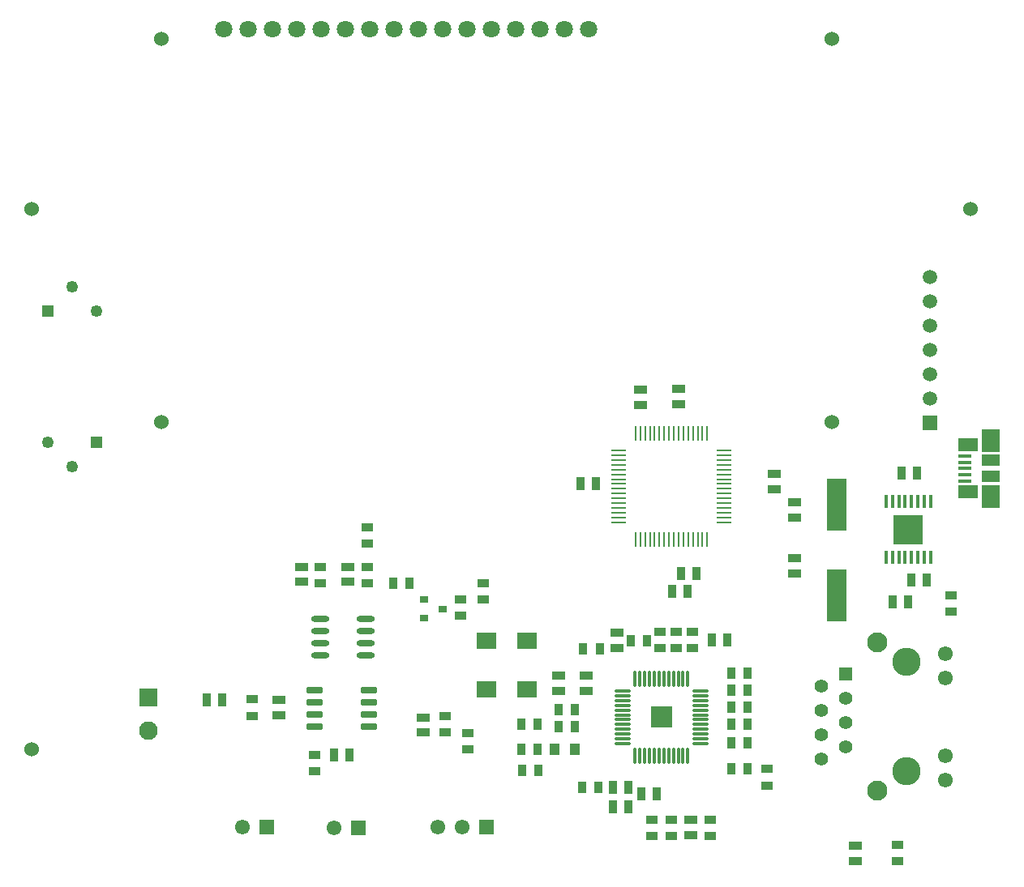
<source format=gbr>
%TF.GenerationSoftware,Altium Limited,Altium Designer,18.1.9 (240)*%
G04 Layer_Color=255*
%FSLAX43Y43*%
%MOMM*%
%TF.FileFunction,Pads,Bot*%
%TF.Part,Single*%
G01*
G75*
%TA.AperFunction,SMDPad,CuDef*%
%ADD13R,1.300X0.850*%
%ADD14R,0.850X1.300*%
%ADD16R,1.350X0.950*%
%TA.AperFunction,ComponentPad*%
%ADD20C,1.250*%
%ADD21R,1.250X1.250*%
%ADD22C,1.550*%
%ADD23R,1.400X1.400*%
%ADD24C,1.400*%
%ADD25C,2.100*%
%ADD26C,2.950*%
%ADD27C,1.500*%
%ADD28R,1.500X1.500*%
%ADD29R,1.550X1.550*%
%TA.AperFunction,ViaPad*%
%ADD30C,1.524*%
%TA.AperFunction,ComponentPad*%
%ADD31C,1.950*%
%ADD32R,1.950X1.950*%
%ADD33C,1.800*%
%ADD34C,1.524*%
%TA.AperFunction,SMDPad,CuDef*%
%ADD37R,0.356X1.422*%
%ADD38R,3.099X3.099*%
%ADD39O,1.800X0.300*%
%ADD40O,0.300X1.800*%
%ADD41R,2.200X2.200*%
%ADD42R,0.950X1.350*%
%ADD43R,0.900X0.800*%
%ADD44O,1.900X0.600*%
%ADD45R,2.000X1.800*%
%ADD46R,1.100X1.200*%
%ADD47O,1.550X0.250*%
%ADD48O,0.250X1.550*%
%TA.AperFunction,ConnectorPad*%
%ADD49R,1.380X0.450*%
%ADD50R,2.100X1.475*%
%ADD51R,1.900X2.375*%
%ADD52R,1.900X1.175*%
%TA.AperFunction,SMDPad,CuDef*%
%ADD53R,2.000X5.500*%
G04:AMPARAMS|DCode=54|XSize=0.65mm|YSize=1.65mm|CornerRadius=0.049mm|HoleSize=0mm|Usage=FLASHONLY|Rotation=90.000|XOffset=0mm|YOffset=0mm|HoleType=Round|Shape=RoundedRectangle|*
%AMROUNDEDRECTD54*
21,1,0.650,1.553,0,0,90.0*
21,1,0.553,1.650,0,0,90.0*
1,1,0.098,0.776,0.276*
1,1,0.098,0.776,-0.276*
1,1,0.098,-0.776,-0.276*
1,1,0.098,-0.776,0.276*
%
%ADD54ROUNDEDRECTD54*%
D13*
X95885Y62750D02*
D03*
Y61050D02*
D03*
X97536Y62750D02*
D03*
Y61050D02*
D03*
X99212Y62750D02*
D03*
Y61050D02*
D03*
X107035Y48426D02*
D03*
Y46726D02*
D03*
X75023Y64483D02*
D03*
Y66183D02*
D03*
X77419Y66194D02*
D03*
Y67894D02*
D03*
X65313Y73672D02*
D03*
Y71972D02*
D03*
X60404Y69584D02*
D03*
Y67884D02*
D03*
X53264Y55705D02*
D03*
Y54005D02*
D03*
X59766Y48236D02*
D03*
Y49936D02*
D03*
X73443Y53939D02*
D03*
Y52239D02*
D03*
X75768Y52222D02*
D03*
Y50522D02*
D03*
X95021Y41398D02*
D03*
Y43098D02*
D03*
X97053Y41398D02*
D03*
Y43098D02*
D03*
X101117Y41398D02*
D03*
Y43098D02*
D03*
X120701Y38799D02*
D03*
Y40499D02*
D03*
X126234Y66612D02*
D03*
Y64912D02*
D03*
X65294Y69584D02*
D03*
Y67884D02*
D03*
D14*
X89559Y60960D02*
D03*
X87859D02*
D03*
X94474Y61874D02*
D03*
X92774D02*
D03*
X104999Y58416D02*
D03*
X103299D02*
D03*
X104999Y56638D02*
D03*
X103299D02*
D03*
X104999Y54860D02*
D03*
X103299D02*
D03*
X104999Y53094D02*
D03*
X103299D02*
D03*
X105015Y51190D02*
D03*
X103315D02*
D03*
X105015Y48426D02*
D03*
X103315D02*
D03*
X67998Y67869D02*
D03*
X69698D02*
D03*
X85255Y54606D02*
D03*
X86955D02*
D03*
X85255Y52828D02*
D03*
X86955D02*
D03*
X81409Y50495D02*
D03*
X83109D02*
D03*
X81434Y48336D02*
D03*
X83134D02*
D03*
X89394Y46482D02*
D03*
X87694D02*
D03*
X83058Y53094D02*
D03*
X81358D02*
D03*
D16*
X107772Y77673D02*
D03*
Y79273D02*
D03*
X109931Y68860D02*
D03*
Y70460D02*
D03*
X109931Y76340D02*
D03*
Y74740D02*
D03*
X91415Y62699D02*
D03*
Y61099D02*
D03*
X63262Y67984D02*
D03*
Y69584D02*
D03*
X58436Y67984D02*
D03*
Y69584D02*
D03*
X56058Y54055D02*
D03*
Y55655D02*
D03*
X71143Y52239D02*
D03*
Y53839D02*
D03*
X85245Y58205D02*
D03*
Y56605D02*
D03*
X88163Y58205D02*
D03*
Y56605D02*
D03*
X99085Y41492D02*
D03*
Y43092D02*
D03*
X116256Y40386D02*
D03*
Y38786D02*
D03*
X93802Y88074D02*
D03*
Y86474D02*
D03*
X97803Y88138D02*
D03*
Y86538D02*
D03*
D20*
X37008Y96276D02*
D03*
X34468Y98816D02*
D03*
Y80051D02*
D03*
X31928Y82591D02*
D03*
D21*
Y96276D02*
D03*
X37008Y82591D02*
D03*
D22*
X125628Y49818D02*
D03*
Y47278D02*
D03*
Y60528D02*
D03*
Y57988D02*
D03*
X72644Y42342D02*
D03*
X75184D02*
D03*
X61798Y42316D02*
D03*
X52248Y42342D02*
D03*
D23*
X115218Y58348D02*
D03*
D24*
Y55808D02*
D03*
Y53268D02*
D03*
Y50728D02*
D03*
X112678Y49458D02*
D03*
Y51998D02*
D03*
Y54538D02*
D03*
Y57078D02*
D03*
D25*
X118518Y46158D02*
D03*
Y61648D02*
D03*
D26*
X121568Y59618D02*
D03*
Y48188D02*
D03*
D27*
X124054Y89713D02*
D03*
Y87173D02*
D03*
Y92253D02*
D03*
Y94793D02*
D03*
Y97333D02*
D03*
Y99873D02*
D03*
D28*
Y84633D02*
D03*
D29*
X77724Y42342D02*
D03*
X64338Y42316D02*
D03*
X54788Y42342D02*
D03*
D30*
X30250Y106985D02*
D03*
Y50495D02*
D03*
X128250Y106980D02*
D03*
D31*
X42469Y52431D02*
D03*
D32*
Y55931D02*
D03*
D33*
X50317Y125730D02*
D03*
X52857D02*
D03*
X55397D02*
D03*
X57937D02*
D03*
X60477D02*
D03*
X63017D02*
D03*
X65557D02*
D03*
X68097D02*
D03*
X70637D02*
D03*
X73177D02*
D03*
X75717D02*
D03*
X78257D02*
D03*
X80797D02*
D03*
X83337D02*
D03*
X85877D02*
D03*
X88417D02*
D03*
D34*
X43817Y124730D02*
D03*
X113817D02*
D03*
X43817Y84730D02*
D03*
X113817D02*
D03*
D37*
X119482Y76378D02*
D03*
X120142D02*
D03*
X120802D02*
D03*
X121463D02*
D03*
X122123D02*
D03*
X122784D02*
D03*
X123444D02*
D03*
X124104D02*
D03*
Y70587D02*
D03*
X123444D02*
D03*
X122784D02*
D03*
X122123D02*
D03*
X121463D02*
D03*
X120802D02*
D03*
X120142D02*
D03*
X119482D02*
D03*
D38*
X121793Y73482D02*
D03*
D39*
X100071Y56594D02*
D03*
Y56094D02*
D03*
Y55594D02*
D03*
Y55094D02*
D03*
Y54594D02*
D03*
Y54094D02*
D03*
Y53594D02*
D03*
Y53094D02*
D03*
Y52594D02*
D03*
Y52094D02*
D03*
Y51594D02*
D03*
Y51094D02*
D03*
X91971D02*
D03*
Y51594D02*
D03*
Y52094D02*
D03*
Y52594D02*
D03*
Y53094D02*
D03*
Y53594D02*
D03*
Y54094D02*
D03*
Y54594D02*
D03*
Y55094D02*
D03*
Y55594D02*
D03*
Y56094D02*
D03*
Y56594D02*
D03*
D40*
X98771Y49794D02*
D03*
X98271D02*
D03*
X97771D02*
D03*
X97271D02*
D03*
X96771D02*
D03*
X96271D02*
D03*
X95771D02*
D03*
X95271D02*
D03*
X94771D02*
D03*
X94271D02*
D03*
X93771D02*
D03*
X93271D02*
D03*
Y57894D02*
D03*
X93771D02*
D03*
X94271D02*
D03*
X94771D02*
D03*
X95271D02*
D03*
X95771D02*
D03*
X96271D02*
D03*
X96771D02*
D03*
X97271D02*
D03*
X97771D02*
D03*
X98271D02*
D03*
X98771D02*
D03*
D41*
X96021Y53844D02*
D03*
D42*
X98755Y67031D02*
D03*
X97155D02*
D03*
X98070Y68910D02*
D03*
X99670D02*
D03*
X50139Y55677D02*
D03*
X48539D02*
D03*
X63424Y49936D02*
D03*
X61824D02*
D03*
X90941Y46478D02*
D03*
X92541D02*
D03*
X90941Y44446D02*
D03*
X92541D02*
D03*
X95555Y45847D02*
D03*
X93955D02*
D03*
X123736Y68224D02*
D03*
X122136D02*
D03*
X121755Y65888D02*
D03*
X120155D02*
D03*
X87579Y78228D02*
D03*
X89179D02*
D03*
X121082Y79400D02*
D03*
X122682D02*
D03*
X101319Y61925D02*
D03*
X102919D02*
D03*
D43*
X71199Y64217D02*
D03*
Y66117D02*
D03*
X73199Y65167D02*
D03*
D44*
X60404Y60313D02*
D03*
Y61583D02*
D03*
Y62853D02*
D03*
Y64123D02*
D03*
X65104Y60313D02*
D03*
Y61583D02*
D03*
Y62853D02*
D03*
Y64123D02*
D03*
D45*
X81949Y56738D02*
D03*
Y61818D02*
D03*
X77749D02*
D03*
Y56738D02*
D03*
D46*
X84845Y50521D02*
D03*
X86945D02*
D03*
D47*
X91528Y74228D02*
D03*
Y74728D02*
D03*
Y75228D02*
D03*
Y75728D02*
D03*
Y76228D02*
D03*
Y76728D02*
D03*
Y77228D02*
D03*
Y77728D02*
D03*
Y78228D02*
D03*
Y78728D02*
D03*
Y79228D02*
D03*
Y79728D02*
D03*
Y80228D02*
D03*
Y80728D02*
D03*
Y81228D02*
D03*
Y81728D02*
D03*
X102578D02*
D03*
Y81228D02*
D03*
Y80728D02*
D03*
Y80228D02*
D03*
Y79728D02*
D03*
Y79228D02*
D03*
Y78728D02*
D03*
Y78228D02*
D03*
Y77728D02*
D03*
Y77228D02*
D03*
Y76728D02*
D03*
Y76228D02*
D03*
Y75728D02*
D03*
Y75228D02*
D03*
Y74728D02*
D03*
Y74228D02*
D03*
D48*
X93303Y83503D02*
D03*
X93803D02*
D03*
X94303D02*
D03*
X94803D02*
D03*
X95303D02*
D03*
X95803D02*
D03*
X96303D02*
D03*
X96803D02*
D03*
X97303D02*
D03*
X97803D02*
D03*
X98303D02*
D03*
X98803D02*
D03*
X99303D02*
D03*
X99803D02*
D03*
X100303D02*
D03*
X100803D02*
D03*
Y72453D02*
D03*
X100303D02*
D03*
X99803D02*
D03*
X99303D02*
D03*
X98803D02*
D03*
X98303D02*
D03*
X97803D02*
D03*
X97303D02*
D03*
X96803D02*
D03*
X96303D02*
D03*
X95803D02*
D03*
X95303D02*
D03*
X94803D02*
D03*
X94303D02*
D03*
X93803D02*
D03*
X93303D02*
D03*
D49*
X127711Y81143D02*
D03*
Y80493D02*
D03*
Y79843D02*
D03*
Y79193D02*
D03*
Y78543D02*
D03*
D50*
X128071Y82305D02*
D03*
Y77380D02*
D03*
D51*
X130371Y82755D02*
D03*
Y76930D02*
D03*
D52*
Y80680D02*
D03*
Y79005D02*
D03*
D53*
X114300Y66598D02*
D03*
Y76098D02*
D03*
D54*
X65448Y56709D02*
D03*
Y55439D02*
D03*
Y54169D02*
D03*
Y52899D02*
D03*
X59798Y56709D02*
D03*
Y55439D02*
D03*
Y54169D02*
D03*
Y52899D02*
D03*
%TF.MD5,b13460a8c95ece105d921ddebe2323d1*%
M02*

</source>
